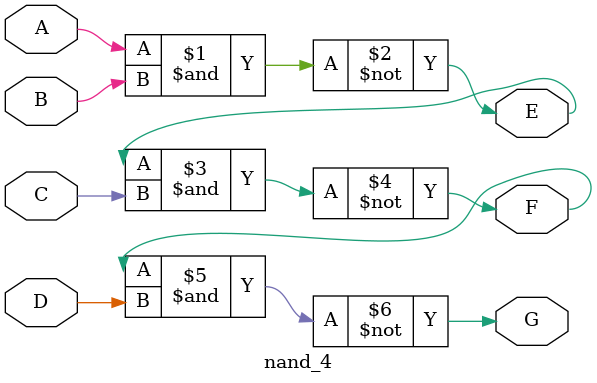
<source format=v>
`timescale 1ns / 1ps



module nand_4(output G, E, F, input A, B, C, D);
    assign E = ~(A&B);
    assign F = ~(E&C);
    assign G = ~(F&D);
endmodule
</source>
